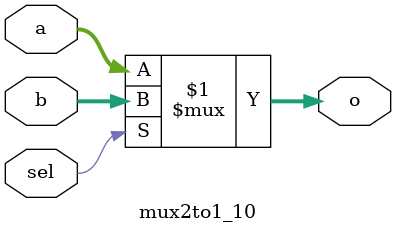
<source format=v>
`timescale 1ns / 1ps
module mux2to1_10(
	input [9:0] a,
	input [9:0] b,
	input sel,
	output [9:0] o
    );
	 assign o = sel ? b : a;

endmodule

</source>
